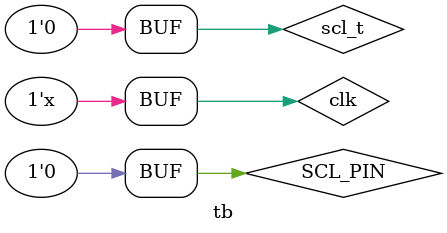
<source format=sv>
`timescale  100ns/100ps
`default_nettype none

module tb;
    parameter PERIOD = 0.064; //6.4ns or 6400ps
    logic clk;  
    logic scl_t;  
    logic SCL_PIN;
    
    //Clock Gen Instance
    clk_gen uut(
            .CLK(clk),
            .scl_t(scl_t)
    );
    
    assign SCL_PIN = scl_t ? 1'bZ : 1'b0;
    
    //oscillate the clock at 156.25MHz
    always #PERIOD clk = ~clk;
    
    initial begin 
        $dumpfile("clk_gen_first_test.vcd");
        $dumpvars;
    end
    
    initial begin
        scl_t = 0;
        clk = 0;
        
        //Takes 390 clk cycles to generate one 400khz clk clock period, 6.4ns*400 = 2560
        #640;  // 2560 * 25 = 64000. move decimal over ->640
    end
    
    
endmodule

`resetall
</source>
